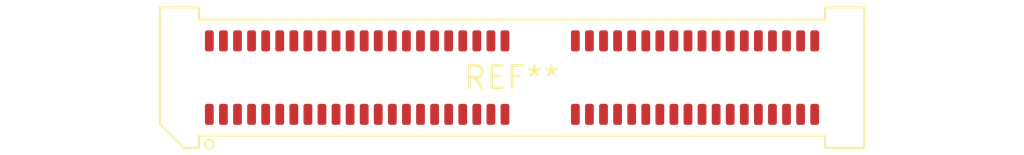
<source format=kicad_pcb>
(kicad_pcb (version 20240108) (generator pcbnew)
  (layers (0 "F.Cu" signal) (31 "B.Cu" signal) (34 "B.Paste" user) (35 "F.Paste" user) (36 "B.SilkS" user "B.Silkscreen") (37 "F.SilkS" user "F.Silkscreen") (38 "B.Mask" user) (39 "F.Mask" user) (44 "Edge.Cuts" user))
  (net 0 "")
  (footprint "Samtec_HSEC8-140-03-X-DV_2x40_P0.8mm_Pol22_Socket" (layer "F.Cu") (at 0 0)
    (property "Reference" "REF**")
    (property "Value" "Samtec_HSEC8-140-03-X-DV_2x40_P0.8mm_Pol22_Socket")
    (fp_line (start -20.01 -4.005) (end -17.79 -4.005) (layer "F.SilkS") (stroke (width 0.12)))
    (fp_line (start -20.01 2.640563) (end -20.01 -4.005) (layer "F.SilkS") (stroke (width 0.12)))
    (fp_line (start -18.645563 4.005) (end -20.01 2.640563) (layer "F.SilkS") (stroke (width 0.12)))
    (fp_line (start -17.79 -4.005) (end -17.79 -3.305) (layer "F.SilkS") (stroke (width 0.12)))
    (fp_line (start -17.79 -3.305) (end 17.79 -3.305) (layer "F.SilkS") (stroke (width 0.12)))
    (fp_line (start -17.79 3.305) (end -17.79 4.005) (layer "F.SilkS") (stroke (width 0.12)))
    (fp_line (start -17.79 4.005) (end -18.645563 4.005) (layer "F.SilkS") (stroke (width 0.12)))
    (fp_line (start 17.79 -4.005) (end 20.01 -4.005) (layer "F.SilkS") (stroke (width 0.12)))
    (fp_line (start 17.79 -3.305) (end 17.79 -4.005) (layer "F.SilkS") (stroke (width 0.12)))
    (fp_line (start 17.79 3.305) (end -17.79 3.305) (layer "F.SilkS") (stroke (width 0.12)))
    (fp_line (start 17.79 4.005) (end 17.79 3.305) (layer "F.SilkS") (stroke (width 0.12)))
    (fp_line (start 20.01 -4.005) (end 20.01 4.005) (layer "F.SilkS") (stroke (width 0.12)))
    (fp_line (start 20.01 4.005) (end 17.79 4.005) (layer "F.SilkS") (stroke (width 0.12)))
    (fp_arc (start -16.95 3.795) (mid -17.45 3.795) (end -16.95 3.795) (layer "F.SilkS") (stroke (width 0.12)))
    (pad "1" smd roundrect (at -17.2 2.095) (size 0.5 1.2) (layers "F.Cu" "F.Paste" "F.Mask"))
    (pad "2" smd roundrect (at -17.2 -2.095) (size 0.5 1.2) (layers "F.Cu" "F.Paste" "F.Mask"))
    (pad "3" smd roundrect (at -16.4 2.095) (size 0.5 1.2) (layers "F.Cu" "F.Paste" "F.Mask"))
    (pad "4" smd roundrect (at -16.4 -2.095) (size 0.5 1.2) (layers "F.Cu" "F.Paste" "F.Mask"))
    (pad "5" smd roundrect (at -15.6 2.095) (size 0.5 1.2) (layers "F.Cu" "F.Paste" "F.Mask"))
    (pad "6" smd roundrect (at -15.6 -2.095) (size 0.5 1.2) (layers "F.Cu" "F.Paste" "F.Mask"))
    (pad "7" smd roundrect (at -14.8 2.095) (size 0.5 1.2) (layers "F.Cu" "F.Paste" "F.Mask"))
    (pad "8" smd roundrect (at -14.8 -2.095) (size 0.5 1.2) (layers "F.Cu" "F.Paste" "F.Mask"))
    (pad "9" smd roundrect (at -14 2.095) (size 0.5 1.2) (layers "F.Cu" "F.Paste" "F.Mask"))
    (pad "10" smd roundrect (at -14 -2.095) (size 0.5 1.2) (layers "F.Cu" "F.Paste" "F.Mask"))
    (pad "11" smd roundrect (at -13.2 2.095) (size 0.5 1.2) (layers "F.Cu" "F.Paste" "F.Mask"))
    (pad "12" smd roundrect (at -13.2 -2.095) (size 0.5 1.2) (layers "F.Cu" "F.Paste" "F.Mask"))
    (pad "13" smd roundrect (at -12.4 2.095) (size 0.5 1.2) (layers "F.Cu" "F.Paste" "F.Mask"))
    (pad "14" smd roundrect (at -12.4 -2.095) (size 0.5 1.2) (layers "F.Cu" "F.Paste" "F.Mask"))
    (pad "15" smd roundrect (at -11.6 2.095) (size 0.5 1.2) (layers "F.Cu" "F.Paste" "F.Mask"))
    (pad "16" smd roundrect (at -11.6 -2.095) (size 0.5 1.2) (layers "F.Cu" "F.Paste" "F.Mask"))
    (pad "17" smd roundrect (at -10.8 2.095) (size 0.5 1.2) (layers "F.Cu" "F.Paste" "F.Mask"))
    (pad "18" smd roundrect (at -10.8 -2.095) (size 0.5 1.2) (layers "F.Cu" "F.Paste" "F.Mask"))
    (pad "19" smd roundrect (at -10 2.095) (size 0.5 1.2) (layers "F.Cu" "F.Paste" "F.Mask"))
    (pad "20" smd roundrect (at -10 -2.095) (size 0.5 1.2) (layers "F.Cu" "F.Paste" "F.Mask"))
    (pad "21" smd roundrect (at -9.2 2.095) (size 0.5 1.2) (layers "F.Cu" "F.Paste" "F.Mask"))
    (pad "22" smd roundrect (at -9.2 -2.095) (size 0.5 1.2) (layers "F.Cu" "F.Paste" "F.Mask"))
    (pad "23" smd roundrect (at -8.4 2.095) (size 0.5 1.2) (layers "F.Cu" "F.Paste" "F.Mask"))
    (pad "24" smd roundrect (at -8.4 -2.095) (size 0.5 1.2) (layers "F.Cu" "F.Paste" "F.Mask"))
    (pad "25" smd roundrect (at -7.6 2.095) (size 0.5 1.2) (layers "F.Cu" "F.Paste" "F.Mask"))
    (pad "26" smd roundrect (at -7.6 -2.095) (size 0.5 1.2) (layers "F.Cu" "F.Paste" "F.Mask"))
    (pad "27" smd roundrect (at -6.8 2.095) (size 0.5 1.2) (layers "F.Cu" "F.Paste" "F.Mask"))
    (pad "28" smd roundrect (at -6.8 -2.095) (size 0.5 1.2) (layers "F.Cu" "F.Paste" "F.Mask"))
    (pad "29" smd roundrect (at -6 2.095) (size 0.5 1.2) (layers "F.Cu" "F.Paste" "F.Mask"))
    (pad "30" smd roundrect (at -6 -2.095) (size 0.5 1.2) (layers "F.Cu" "F.Paste" "F.Mask"))
    (pad "31" smd roundrect (at -5.2 2.095) (size 0.5 1.2) (layers "F.Cu" "F.Paste" "F.Mask"))
    (pad "32" smd roundrect (at -5.2 -2.095) (size 0.5 1.2) (layers "F.Cu" "F.Paste" "F.Mask"))
    (pad "33" smd roundrect (at -4.4 2.095) (size 0.5 1.2) (layers "F.Cu" "F.Paste" "F.Mask"))
    (pad "34" smd roundrect (at -4.4 -2.095) (size 0.5 1.2) (layers "F.Cu" "F.Paste" "F.Mask"))
    (pad "35" smd roundrect (at -3.6 2.095) (size 0.5 1.2) (layers "F.Cu" "F.Paste" "F.Mask"))
    (pad "36" smd roundrect (at -3.6 -2.095) (size 0.5 1.2) (layers "F.Cu" "F.Paste" "F.Mask"))
    (pad "37" smd roundrect (at -2.8 2.095) (size 0.5 1.2) (layers "F.Cu" "F.Paste" "F.Mask"))
    (pad "38" smd roundrect (at -2.8 -2.095) (size 0.5 1.2) (layers "F.Cu" "F.Paste" "F.Mask"))
    (pad "39" smd roundrect (at -2 2.095) (size 0.5 1.2) (layers "F.Cu" "F.Paste" "F.Mask"))
    (pad "40" smd roundrect (at -2 -2.095) (size 0.5 1.2) (layers "F.Cu" "F.Paste" "F.Mask"))
    (pad "41" smd roundrect (at -1.2 2.095) (size 0.5 1.2) (layers "F.Cu" "F.Paste" "F.Mask"))
    (pad "42" smd roundrect (at -1.2 -2.095) (size 0.5 1.2) (layers "F.Cu" "F.Paste" "F.Mask"))
    (pad "43" smd roundrect (at -0.4 2.095) (size 0.5 1.2) (layers "F.Cu" "F.Paste" "F.Mask"))
    (pad "44" smd roundrect (at -0.4 -2.095) (size 0.5 1.2) (layers "F.Cu" "F.Paste" "F.Mask"))
    (pad "45" smd roundrect (at 3.6 2.095) (size 0.5 1.2) (layers "F.Cu" "F.Paste" "F.Mask"))
    (pad "46" smd roundrect (at 3.6 -2.095) (size 0.5 1.2) (layers "F.Cu" "F.Paste" "F.Mask"))
    (pad "47" smd roundrect (at 4.4 2.095) (size 0.5 1.2) (layers "F.Cu" "F.Paste" "F.Mask"))
    (pad "48" smd roundrect (at 4.4 -2.095) (size 0.5 1.2) (layers "F.Cu" "F.Paste" "F.Mask"))
    (pad "49" smd roundrect (at 5.2 2.095) (size 0.5 1.2) (layers "F.Cu" "F.Paste" "F.Mask"))
    (pad "50" smd roundrect (at 5.2 -2.095) (size 0.5 1.2) (layers "F.Cu" "F.Paste" "F.Mask"))
    (pad "51" smd roundrect (at 6 2.095) (size 0.5 1.2) (layers "F.Cu" "F.Paste" "F.Mask"))
    (pad "52" smd roundrect (at 6 -2.095) (size 0.5 1.2) (layers "F.Cu" "F.Paste" "F.Mask"))
    (pad "53" smd roundrect (at 6.8 2.095) (size 0.5 1.2) (layers "F.Cu" "F.Paste" "F.Mask"))
    (pad "54" smd roundrect (at 6.8 -2.095) (size 0.5 1.2) (layers "F.Cu" "F.Paste" "F.Mask"))
    (pad "55" smd roundrect (at 7.6 2.095) (size 0.5 1.2) (layers "F.Cu" "F.Paste" "F.Mask"))
    (pad "56" smd roundrect (at 7.6 -2.095) (size 0.5 1.2) (layers "F.Cu" "F.Paste" "F.Mask"))
    (pad "57" smd roundrect (at 8.4 2.095) (size 0.5 1.2) (layers "F.Cu" "F.Paste" "F.Mask"))
    (pad "58" smd roundrect (at 8.4 -2.095) (size 0.5 1.2) (layers "F.Cu" "F.Paste" "F.Mask"))
    (pad "59" smd roundrect (at 9.2 2.095) (size 0.5 1.2) (layers "F.Cu" "F.Paste" "F.Mask"))
    (pad "60" smd roundrect (at 9.2 -2.095) (size 0.5 1.2) (layers "F.Cu" "F.Paste" "F.Mask"))
    (pad "61" smd roundrect (at 10 2.095) (size 0.5 1.2) (layers "F.Cu" "F.Paste" "F.Mask"))
    (pad "62" smd roundrect (at 10 -2.095) (size 0.5 1.2) (layers "F.Cu" "F.Paste" "F.Mask"))
    (pad "63" smd roundrect (at 10.8 2.095) (size 0.5 1.2) (layers "F.Cu" "F.Paste" "F.Mask"))
    (pad "64" smd roundrect (at 10.8 -2.095) (size 0.5 1.2) (layers "F.Cu" "F.Paste" "F.Mask"))
    (pad "65" smd roundrect (at 11.6 2.095) (size 0.5 1.2) (layers "F.Cu" "F.Paste" "F.Mask"))
    (pad "66" smd roundrect (at 11.6 -2.095) (size 0.5 1.2) (layers "F.Cu" "F.Paste" "F.Mask"))
    (pad "67" smd roundrect (at 12.4 2.095) (size 0.5 1.2) (layers "F.Cu" "F.Paste" "F.Mask"))
    (pad "68" smd roundrect (at 12.4 -2.095) (size 0.5 1.2) (layers "F.Cu" "F.Paste" "F.Mask"))
    (pad "69" smd roundrect (at 13.2 2.095) (size 0.5 1.2) (layers "F.Cu" "F.Paste" "F.Mask"))
    (pad "70" smd roundrect (at 13.2 -2.095) (size 0.5 1.2) (layers "F.Cu" "F.Paste" "F.Mask"))
    (pad "71" smd roundrect (at 14 2.095) (size 0.5 1.2) (layers "F.Cu" "F.Paste" "F.Mask"))
    (pad "72" smd roundrect (at 14 -2.095) (size 0.5 1.2) (layers "F.Cu" "F.Paste" "F.Mask"))
    (pad "73" smd roundrect (at 14.8 2.095) (size 0.5 1.2) (layers "F.Cu" "F.Paste" "F.Mask"))
    (pad "74" smd roundrect (at 14.8 -2.095) (size 0.5 1.2) (layers "F.Cu" "F.Paste" "F.Mask"))
    (pad "75" smd roundrect (at 15.6 2.095) (size 0.5 1.2) (layers "F.Cu" "F.Paste" "F.Mask"))
    (pad "76" smd roundrect (at 15.6 -2.095) (size 0.5 1.2) (layers "F.Cu" "F.Paste" "F.Mask"))
    (pad "77" smd roundrect (at 16.4 2.095) (size 0.5 1.2) (layers "F.Cu" "F.Paste" "F.Mask"))
    (pad "78" smd roundrect (at 16.4 -2.095) (size 0.5 1.2) (layers "F.Cu" "F.Paste" "F.Mask"))
    (pad "79" smd roundrect (at 17.2 2.095) (size 0.5 1.2) (layers "F.Cu" "F.Paste" "F.Mask"))
    (pad "80" smd roundrect (at 17.2 -2.095) (size 0.5 1.2) (layers "F.Cu" "F.Paste" "F.Mask"))
  )
)
</source>
